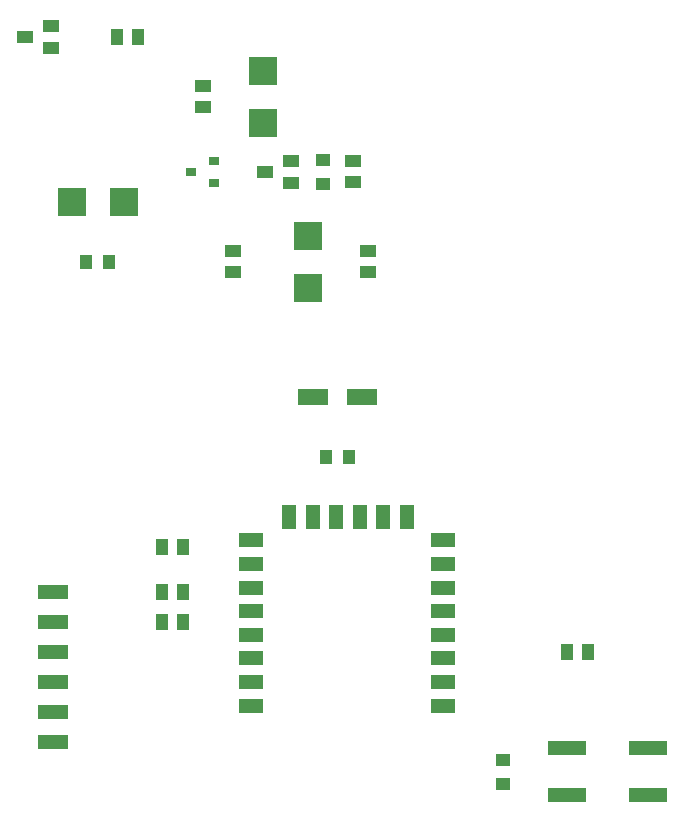
<source format=gtp>
G75*
G70*
%OFA0B0*%
%FSLAX24Y24*%
%IPPOS*%
%LPD*%
%AMOC8*
5,1,8,0,0,1.08239X$1,22.5*
%
%ADD10R,0.0394X0.0492*%
%ADD11R,0.0492X0.0394*%
%ADD12R,0.0945X0.0945*%
%ADD13R,0.0787X0.0472*%
%ADD14R,0.0472X0.0787*%
%ADD15R,0.0354X0.0315*%
%ADD16R,0.0551X0.0394*%
%ADD17R,0.0551X0.0433*%
%ADD18R,0.0433X0.0551*%
%ADD19R,0.1024X0.0551*%
%ADD20R,0.1000X0.0500*%
%ADD21R,0.1260X0.0472*%
D10*
X016786Y017680D03*
X017574Y017680D03*
X009574Y024180D03*
X008786Y024180D03*
D11*
X016680Y026786D03*
X016680Y027574D03*
X022680Y007574D03*
X022680Y006786D03*
D12*
X016180Y023314D03*
X016180Y025046D03*
X014680Y028814D03*
X014680Y030546D03*
X010046Y026180D03*
X008314Y026180D03*
D13*
X014302Y014893D03*
X014302Y014105D03*
X014302Y013318D03*
X014302Y012530D03*
X014302Y011743D03*
X014302Y010956D03*
X014302Y010168D03*
X014302Y009381D03*
X020680Y009381D03*
X020680Y010168D03*
X020680Y010956D03*
X020680Y011743D03*
X020680Y012530D03*
X020680Y013318D03*
X020680Y014105D03*
X020680Y014893D03*
D14*
X019499Y015680D03*
X018711Y015680D03*
X017924Y015680D03*
X017137Y015680D03*
X016349Y015680D03*
X015562Y015680D03*
D15*
X013074Y026806D03*
X013074Y027554D03*
X012286Y027180D03*
D16*
X014747Y027180D03*
X015613Y026806D03*
X015613Y027554D03*
X007613Y031306D03*
X007613Y032054D03*
X006747Y031680D03*
D17*
X012680Y030024D03*
X012680Y029336D03*
X013680Y024524D03*
X013680Y023836D03*
X017680Y026836D03*
X017680Y027524D03*
X018180Y024524D03*
X018180Y023836D03*
D18*
X010524Y031680D03*
X009836Y031680D03*
X011336Y014680D03*
X012024Y014680D03*
X012024Y013180D03*
X011336Y013180D03*
X011336Y012180D03*
X012024Y012180D03*
X024836Y011180D03*
X025524Y011180D03*
D19*
X017987Y019680D03*
X016373Y019680D03*
D20*
X007680Y008180D03*
X007680Y009180D03*
X007680Y010180D03*
X007680Y011180D03*
X007680Y012180D03*
X007680Y013180D03*
D21*
X024841Y007967D03*
X024841Y006393D03*
X027519Y006393D03*
X027519Y007967D03*
M02*

</source>
